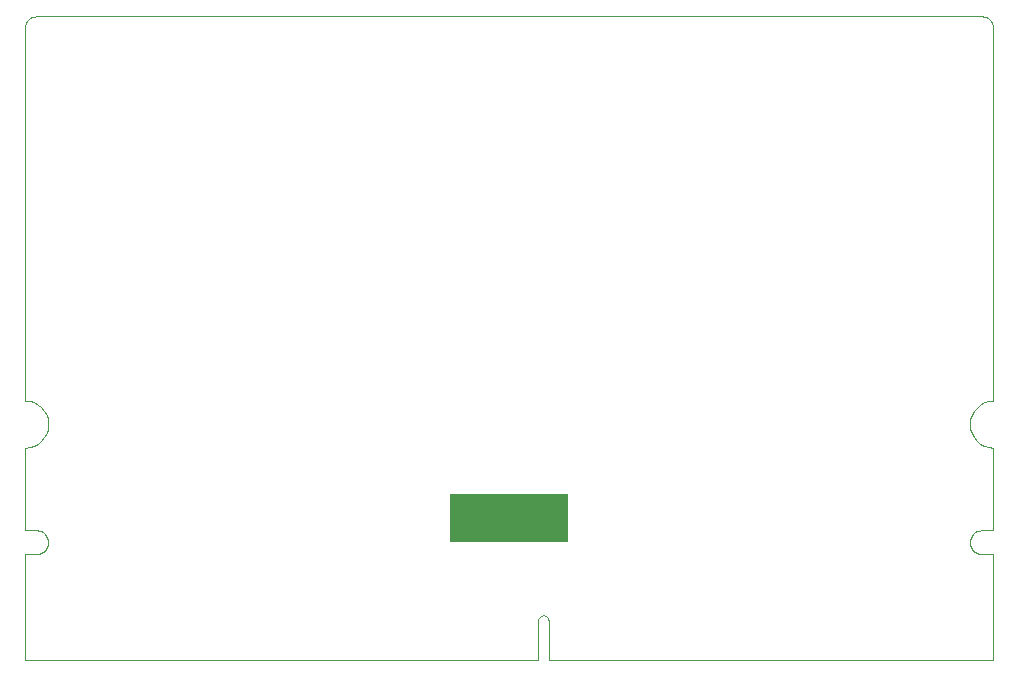
<source format=gbr>
*
%FSLAX26Y26*%
%MOIN*%
%ADD10R,0.157480X0.157480*%
%ADD11C,0.004000*%
%IPPOS*%
%LNgtp.gbr*%
%LPD*%
G75*
G54D10*
X1496186Y473971D02*
X1732406D01*
G54D11*
X0Y0D02*
Y354086D01*
X39286D01*
X47194Y355039D01*
X54560Y357322D01*
X61226Y360937D01*
X67034Y365726D01*
X71826Y371531D01*
X75445Y378196D01*
X77732Y385560D01*
X78531Y393468D01*
X77732Y401375D01*
X75445Y408740D01*
X71826Y415404D01*
X67034Y421209D01*
X61226Y425999D01*
X54560Y429613D01*
X47194Y431896D01*
X39286Y432692D01*
X-21Y432671D01*
Y708692D01*
X15782Y710294D01*
X30500Y714872D01*
X43819Y722107D01*
X55422Y731687D01*
X64996Y743296D01*
X72225Y756618D01*
X76794Y771338D01*
X78389Y787142D01*
X76798Y802949D01*
X72231Y817673D01*
X65003Y830998D01*
X55429Y842610D01*
X43825Y852193D01*
X30505Y859431D01*
X15785Y864009D01*
X-21Y865612D01*
Y2107311D01*
X779Y2115236D01*
X3073Y2122618D01*
X6702Y2129298D01*
X11508Y2135119D01*
X17332Y2139921D01*
X24015Y2143547D01*
X31399Y2145839D01*
X39326Y2146638D01*
X3188978Y2146632D01*
X3196904Y2145833D01*
X3204286Y2143542D01*
X3210967Y2139916D01*
X3216787Y2135113D01*
X3221589Y2129293D01*
X3225215Y2122613D01*
X3227506Y2115231D01*
X3228306Y2107306D01*
X3228069Y865586D01*
X3212301Y863944D01*
X3197620Y859342D01*
X3184339Y852093D01*
X3172771Y842511D01*
X3163228Y830911D01*
X3156024Y817606D01*
X3151472Y802909D01*
X3149881Y787136D01*
X3151472Y771370D01*
X3156024Y756682D01*
X3163224Y743383D01*
X3172761Y731787D01*
X3184322Y722209D01*
X3197594Y714959D01*
X3212267Y710354D01*
X3228026Y708705D01*
X3227908Y432663D01*
X3188907Y432684D01*
X3180999Y431889D01*
X3173633Y429606D01*
X3166967Y425991D01*
X3161159Y421202D01*
X3156367Y415396D01*
X3152748Y408732D01*
X3150461Y401367D01*
X3149662Y393460D01*
X3150461Y385552D01*
X3152748Y378188D01*
X3156367Y371524D01*
X3161159Y365718D01*
X3166967Y360929D01*
X3173633Y357315D01*
X3180999Y355031D01*
X3188907Y354236D01*
X3188891Y354157D01*
X3188907Y354078D01*
X3227888D01*
X3227770Y-7D01*
X1745781D01*
Y131948D01*
X1745290Y136069D01*
X1743844Y139960D01*
X1741524Y143402D01*
X1738460Y146202D01*
X1734824Y148203D01*
X1730820Y149294D01*
X1726671Y149414D01*
X1722610Y148555D01*
X1718865Y146766D01*
X1715646Y144146D01*
X1713132Y140844D01*
X1711464Y137043D01*
X1710737Y132957D01*
X1710708Y131948D01*
Y0D01*
X0D01*
M02*

</source>
